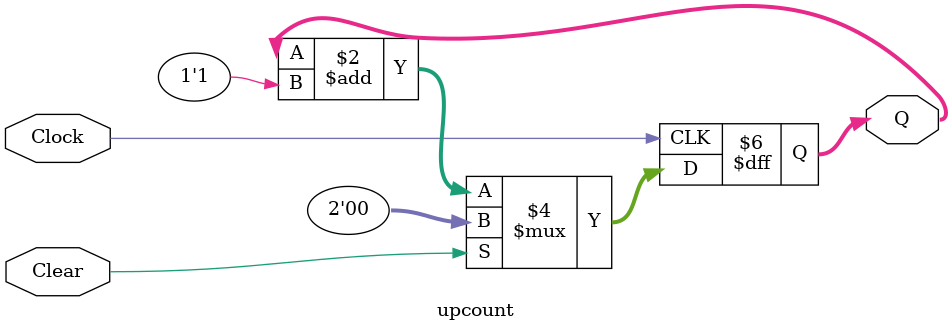
<source format=sv>
module upcount(input logic Clear, Clock,
	output logic [1:0] Q);
	//reg [1:0] Q;
	always @(posedge Clock)
		if (Clear)
			Q <= 2'b0;
		else
			Q <= Q + 1'b1;
endmodule
</source>
